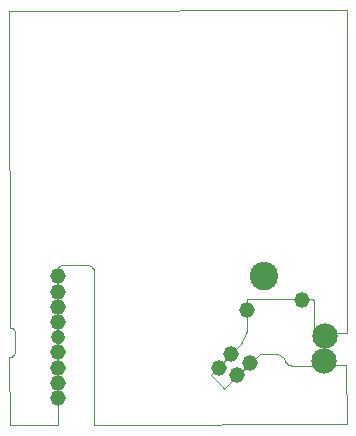
<source format=gbs>
G75*
%MOIN*%
%OFA0B0*%
%FSLAX25Y25*%
%IPPOS*%
%LPD*%
%AMOC8*
5,1,8,0,0,1.08239X$1,22.5*
%
%ADD10C,0.00200*%
%ADD11C,0.00000*%
%ADD12C,0.04737*%
%ADD13C,0.09461*%
%ADD14C,0.05194*%
%ADD15C,0.08418*%
D10*
X0007139Y0006452D02*
X0023169Y0006452D01*
X0023164Y0006446D02*
X0023231Y0058499D01*
X0023243Y0058575D01*
X0023260Y0058651D01*
X0023280Y0058725D01*
X0023304Y0058799D01*
X0023332Y0058871D01*
X0023363Y0058942D01*
X0023398Y0059011D01*
X0023436Y0059079D01*
X0023478Y0059144D01*
X0023523Y0059207D01*
X0023571Y0059268D01*
X0023622Y0059326D01*
X0023676Y0059381D01*
X0023733Y0059434D01*
X0023792Y0059484D01*
X0023854Y0059531D01*
X0023918Y0059574D01*
X0023984Y0059614D01*
X0024053Y0059651D01*
X0024123Y0059685D01*
X0024194Y0059714D01*
X0024267Y0059740D01*
X0024341Y0059763D01*
X0024416Y0059781D01*
X0024493Y0059796D01*
X0024569Y0059807D01*
X0024646Y0059814D01*
X0024724Y0059817D01*
X0024801Y0059816D01*
X0024879Y0059811D01*
X0024956Y0059802D01*
X0024950Y0059801D02*
X0033087Y0059799D01*
X0033062Y0059803D02*
X0033151Y0059807D01*
X0033241Y0059806D01*
X0033330Y0059802D01*
X0033419Y0059794D01*
X0033508Y0059782D01*
X0033596Y0059766D01*
X0033683Y0059747D01*
X0033769Y0059723D01*
X0033854Y0059696D01*
X0033938Y0059666D01*
X0034021Y0059631D01*
X0034102Y0059593D01*
X0034181Y0059552D01*
X0034258Y0059507D01*
X0034333Y0059458D01*
X0034406Y0059407D01*
X0034477Y0059352D01*
X0034545Y0059295D01*
X0034611Y0059234D01*
X0034674Y0059171D01*
X0034734Y0059105D01*
X0034792Y0059036D01*
X0034846Y0058965D01*
X0034897Y0058891D01*
X0034945Y0058816D01*
X0034989Y0058738D01*
X0035030Y0058659D01*
X0035068Y0058578D01*
X0035102Y0058495D01*
X0035132Y0058411D01*
X0035159Y0058326D01*
X0035182Y0058239D01*
X0035201Y0058152D01*
X0035216Y0058064D01*
X0035227Y0057975D01*
X0035235Y0057886D01*
X0035201Y0006565D01*
X0035202Y0006565D02*
X0119531Y0006905D01*
X0119534Y0006905D02*
X0119427Y0026460D01*
X0119429Y0026459D02*
X0101408Y0026325D01*
X0101537Y0026337D02*
X0101435Y0026332D01*
X0101334Y0026331D01*
X0101233Y0026334D01*
X0101132Y0026340D01*
X0101031Y0026351D01*
X0100931Y0026365D01*
X0100831Y0026383D01*
X0100732Y0026405D01*
X0100634Y0026430D01*
X0100537Y0026460D01*
X0100441Y0026493D01*
X0100347Y0026530D01*
X0100254Y0026570D01*
X0100162Y0026614D01*
X0100073Y0026661D01*
X0099985Y0026712D01*
X0099899Y0026766D01*
X0099816Y0026823D01*
X0099734Y0026883D01*
X0099655Y0026947D01*
X0099579Y0027013D01*
X0099505Y0027083D01*
X0099434Y0027155D01*
X0099365Y0027230D01*
X0099300Y0027307D01*
X0099238Y0027387D01*
X0099178Y0027469D01*
X0099122Y0027553D01*
X0099069Y0027640D01*
X0099020Y0027728D01*
X0098974Y0027818D01*
X0098931Y0027910D01*
X0098892Y0028004D01*
X0098857Y0028099D01*
X0098825Y0028195D01*
X0098797Y0028292D01*
X0098773Y0028391D01*
X0098752Y0028490D01*
X0098735Y0028590D01*
X0098722Y0028690D01*
X0098713Y0028791D01*
X0098712Y0028794D02*
X0096565Y0030344D01*
X0090592Y0030344D01*
X0078779Y0018497D01*
X0078242Y0019068D01*
X0074584Y0022726D01*
X0074450Y0023162D01*
X0074451Y0023163D02*
X0084350Y0033532D01*
X0086263Y0037895D01*
X0086296Y0048566D01*
X0096532Y0048533D01*
X0101069Y0048535D01*
X0101061Y0048532D02*
X0107339Y0048579D01*
X0107334Y0048579D02*
X0107397Y0048594D01*
X0107461Y0048606D01*
X0107526Y0048615D01*
X0107591Y0048619D01*
X0107656Y0048620D01*
X0107721Y0048617D01*
X0107786Y0048610D01*
X0107850Y0048599D01*
X0107913Y0048585D01*
X0107976Y0048567D01*
X0108037Y0048546D01*
X0108097Y0048520D01*
X0108156Y0048492D01*
X0108213Y0048460D01*
X0108267Y0048425D01*
X0108320Y0048387D01*
X0108370Y0048345D01*
X0108418Y0048301D01*
X0108463Y0048254D01*
X0108506Y0048205D01*
X0108545Y0048153D01*
X0108582Y0048099D01*
X0108615Y0048043D01*
X0108645Y0047985D01*
X0108671Y0047926D01*
X0108694Y0047865D01*
X0108714Y0047803D01*
X0108711Y0047810D02*
X0108714Y0037240D01*
X0119623Y0037292D01*
X0119623Y0037293D02*
X0119529Y0144834D01*
X0119528Y0144834D02*
X0006889Y0144555D01*
X0006890Y0144557D02*
X0007149Y0039040D01*
X0007149Y0039045D02*
X0007226Y0039052D01*
X0007303Y0039055D01*
X0007380Y0039054D01*
X0007457Y0039050D01*
X0007533Y0039042D01*
X0007610Y0039030D01*
X0007685Y0039014D01*
X0007760Y0038995D01*
X0007833Y0038972D01*
X0007906Y0038945D01*
X0007976Y0038915D01*
X0008046Y0038882D01*
X0008114Y0038845D01*
X0008179Y0038805D01*
X0008243Y0038761D01*
X0008305Y0038715D01*
X0008364Y0038666D01*
X0008420Y0038614D01*
X0008475Y0038559D01*
X0008526Y0038501D01*
X0008574Y0038441D01*
X0008620Y0038379D01*
X0008662Y0038315D01*
X0008701Y0038248D01*
X0008737Y0038180D01*
X0008769Y0038110D01*
X0008798Y0038039D01*
X0008824Y0037966D01*
X0008845Y0037892D01*
X0008864Y0037817D01*
X0008878Y0037741D01*
X0008889Y0037665D01*
X0008889Y0031065D01*
X0008891Y0030980D01*
X0008889Y0030896D01*
X0008884Y0030811D01*
X0008874Y0030727D01*
X0008861Y0030644D01*
X0008844Y0030561D01*
X0008823Y0030479D01*
X0008798Y0030398D01*
X0008769Y0030318D01*
X0008737Y0030240D01*
X0008701Y0030163D01*
X0008662Y0030088D01*
X0008619Y0030015D01*
X0008573Y0029944D01*
X0008524Y0029875D01*
X0008472Y0029809D01*
X0008416Y0029745D01*
X0008358Y0029683D01*
X0008297Y0029625D01*
X0008234Y0029569D01*
X0008167Y0029516D01*
X0008099Y0029467D01*
X0008028Y0029420D01*
X0007955Y0029377D01*
X0007880Y0029337D01*
X0007804Y0029301D01*
X0007726Y0029269D01*
X0007646Y0029240D01*
X0007566Y0029214D01*
X0007484Y0029193D01*
X0007401Y0029175D01*
X0007317Y0029161D01*
X0007233Y0029151D01*
X0007149Y0029145D01*
X0007119Y0029145D01*
X0007123Y0029141D02*
X0007162Y0006458D01*
X0007154Y0029160D02*
X0007183Y0029160D01*
D11*
X0021234Y0035880D02*
X0021236Y0035968D01*
X0021242Y0036056D01*
X0021252Y0036144D01*
X0021266Y0036232D01*
X0021283Y0036318D01*
X0021305Y0036404D01*
X0021330Y0036488D01*
X0021360Y0036572D01*
X0021392Y0036654D01*
X0021429Y0036734D01*
X0021469Y0036813D01*
X0021513Y0036890D01*
X0021560Y0036965D01*
X0021610Y0037037D01*
X0021664Y0037108D01*
X0021720Y0037175D01*
X0021780Y0037241D01*
X0021842Y0037303D01*
X0021908Y0037363D01*
X0021975Y0037419D01*
X0022046Y0037473D01*
X0022118Y0037523D01*
X0022193Y0037570D01*
X0022270Y0037614D01*
X0022349Y0037654D01*
X0022429Y0037691D01*
X0022511Y0037723D01*
X0022595Y0037753D01*
X0022679Y0037778D01*
X0022765Y0037800D01*
X0022851Y0037817D01*
X0022939Y0037831D01*
X0023027Y0037841D01*
X0023115Y0037847D01*
X0023203Y0037849D01*
X0023291Y0037847D01*
X0023379Y0037841D01*
X0023467Y0037831D01*
X0023555Y0037817D01*
X0023641Y0037800D01*
X0023727Y0037778D01*
X0023811Y0037753D01*
X0023895Y0037723D01*
X0023977Y0037691D01*
X0024057Y0037654D01*
X0024136Y0037614D01*
X0024213Y0037570D01*
X0024288Y0037523D01*
X0024360Y0037473D01*
X0024431Y0037419D01*
X0024498Y0037363D01*
X0024564Y0037303D01*
X0024626Y0037241D01*
X0024686Y0037175D01*
X0024742Y0037108D01*
X0024796Y0037037D01*
X0024846Y0036965D01*
X0024893Y0036890D01*
X0024937Y0036813D01*
X0024977Y0036734D01*
X0025014Y0036654D01*
X0025046Y0036572D01*
X0025076Y0036488D01*
X0025101Y0036404D01*
X0025123Y0036318D01*
X0025140Y0036232D01*
X0025154Y0036144D01*
X0025164Y0036056D01*
X0025170Y0035968D01*
X0025172Y0035880D01*
X0025170Y0035792D01*
X0025164Y0035704D01*
X0025154Y0035616D01*
X0025140Y0035528D01*
X0025123Y0035442D01*
X0025101Y0035356D01*
X0025076Y0035272D01*
X0025046Y0035188D01*
X0025014Y0035106D01*
X0024977Y0035026D01*
X0024937Y0034947D01*
X0024893Y0034870D01*
X0024846Y0034795D01*
X0024796Y0034723D01*
X0024742Y0034652D01*
X0024686Y0034585D01*
X0024626Y0034519D01*
X0024564Y0034457D01*
X0024498Y0034397D01*
X0024431Y0034341D01*
X0024360Y0034287D01*
X0024288Y0034237D01*
X0024213Y0034190D01*
X0024136Y0034146D01*
X0024057Y0034106D01*
X0023977Y0034069D01*
X0023895Y0034037D01*
X0023811Y0034007D01*
X0023727Y0033982D01*
X0023641Y0033960D01*
X0023555Y0033943D01*
X0023467Y0033929D01*
X0023379Y0033919D01*
X0023291Y0033913D01*
X0023203Y0033911D01*
X0023115Y0033913D01*
X0023027Y0033919D01*
X0022939Y0033929D01*
X0022851Y0033943D01*
X0022765Y0033960D01*
X0022679Y0033982D01*
X0022595Y0034007D01*
X0022511Y0034037D01*
X0022429Y0034069D01*
X0022349Y0034106D01*
X0022270Y0034146D01*
X0022193Y0034190D01*
X0022118Y0034237D01*
X0022046Y0034287D01*
X0021975Y0034341D01*
X0021908Y0034397D01*
X0021842Y0034457D01*
X0021780Y0034519D01*
X0021720Y0034585D01*
X0021664Y0034652D01*
X0021610Y0034723D01*
X0021560Y0034795D01*
X0021513Y0034870D01*
X0021469Y0034947D01*
X0021429Y0035026D01*
X0021392Y0035106D01*
X0021360Y0035188D01*
X0021330Y0035272D01*
X0021305Y0035356D01*
X0021283Y0035442D01*
X0021266Y0035528D01*
X0021252Y0035616D01*
X0021242Y0035704D01*
X0021236Y0035792D01*
X0021234Y0035880D01*
X0087502Y0056126D02*
X0087504Y0056257D01*
X0087510Y0056389D01*
X0087520Y0056520D01*
X0087534Y0056651D01*
X0087552Y0056781D01*
X0087574Y0056910D01*
X0087599Y0057039D01*
X0087629Y0057167D01*
X0087663Y0057294D01*
X0087700Y0057421D01*
X0087741Y0057545D01*
X0087786Y0057669D01*
X0087835Y0057791D01*
X0087887Y0057912D01*
X0087943Y0058030D01*
X0088003Y0058148D01*
X0088066Y0058263D01*
X0088133Y0058376D01*
X0088203Y0058488D01*
X0088276Y0058597D01*
X0088352Y0058703D01*
X0088432Y0058808D01*
X0088515Y0058910D01*
X0088601Y0059009D01*
X0088690Y0059106D01*
X0088782Y0059200D01*
X0088877Y0059291D01*
X0088974Y0059380D01*
X0089074Y0059465D01*
X0089177Y0059547D01*
X0089282Y0059626D01*
X0089389Y0059702D01*
X0089499Y0059774D01*
X0089611Y0059843D01*
X0089725Y0059909D01*
X0089840Y0059971D01*
X0089958Y0060030D01*
X0090077Y0060085D01*
X0090198Y0060137D01*
X0090321Y0060184D01*
X0090445Y0060228D01*
X0090570Y0060269D01*
X0090696Y0060305D01*
X0090824Y0060338D01*
X0090952Y0060366D01*
X0091081Y0060391D01*
X0091211Y0060412D01*
X0091341Y0060429D01*
X0091472Y0060442D01*
X0091603Y0060451D01*
X0091734Y0060456D01*
X0091866Y0060457D01*
X0091997Y0060454D01*
X0092129Y0060447D01*
X0092260Y0060436D01*
X0092390Y0060421D01*
X0092520Y0060402D01*
X0092650Y0060379D01*
X0092778Y0060353D01*
X0092906Y0060322D01*
X0093033Y0060287D01*
X0093159Y0060249D01*
X0093283Y0060207D01*
X0093407Y0060161D01*
X0093528Y0060111D01*
X0093648Y0060058D01*
X0093767Y0060001D01*
X0093884Y0059941D01*
X0093998Y0059877D01*
X0094111Y0059809D01*
X0094222Y0059738D01*
X0094331Y0059664D01*
X0094437Y0059587D01*
X0094541Y0059506D01*
X0094642Y0059423D01*
X0094741Y0059336D01*
X0094837Y0059246D01*
X0094930Y0059153D01*
X0095021Y0059058D01*
X0095108Y0058960D01*
X0095193Y0058859D01*
X0095274Y0058756D01*
X0095352Y0058650D01*
X0095427Y0058542D01*
X0095499Y0058432D01*
X0095567Y0058320D01*
X0095632Y0058206D01*
X0095693Y0058089D01*
X0095751Y0057971D01*
X0095805Y0057851D01*
X0095856Y0057730D01*
X0095903Y0057607D01*
X0095946Y0057483D01*
X0095985Y0057358D01*
X0096021Y0057231D01*
X0096052Y0057103D01*
X0096080Y0056975D01*
X0096104Y0056846D01*
X0096124Y0056716D01*
X0096140Y0056585D01*
X0096152Y0056454D01*
X0096160Y0056323D01*
X0096164Y0056192D01*
X0096164Y0056060D01*
X0096160Y0055929D01*
X0096152Y0055798D01*
X0096140Y0055667D01*
X0096124Y0055536D01*
X0096104Y0055406D01*
X0096080Y0055277D01*
X0096052Y0055149D01*
X0096021Y0055021D01*
X0095985Y0054894D01*
X0095946Y0054769D01*
X0095903Y0054645D01*
X0095856Y0054522D01*
X0095805Y0054401D01*
X0095751Y0054281D01*
X0095693Y0054163D01*
X0095632Y0054046D01*
X0095567Y0053932D01*
X0095499Y0053820D01*
X0095427Y0053710D01*
X0095352Y0053602D01*
X0095274Y0053496D01*
X0095193Y0053393D01*
X0095108Y0053292D01*
X0095021Y0053194D01*
X0094930Y0053099D01*
X0094837Y0053006D01*
X0094741Y0052916D01*
X0094642Y0052829D01*
X0094541Y0052746D01*
X0094437Y0052665D01*
X0094331Y0052588D01*
X0094222Y0052514D01*
X0094111Y0052443D01*
X0093999Y0052375D01*
X0093884Y0052311D01*
X0093767Y0052251D01*
X0093648Y0052194D01*
X0093528Y0052141D01*
X0093407Y0052091D01*
X0093283Y0052045D01*
X0093159Y0052003D01*
X0093033Y0051965D01*
X0092906Y0051930D01*
X0092778Y0051899D01*
X0092650Y0051873D01*
X0092520Y0051850D01*
X0092390Y0051831D01*
X0092260Y0051816D01*
X0092129Y0051805D01*
X0091997Y0051798D01*
X0091866Y0051795D01*
X0091734Y0051796D01*
X0091603Y0051801D01*
X0091472Y0051810D01*
X0091341Y0051823D01*
X0091211Y0051840D01*
X0091081Y0051861D01*
X0090952Y0051886D01*
X0090824Y0051914D01*
X0090696Y0051947D01*
X0090570Y0051983D01*
X0090445Y0052024D01*
X0090321Y0052068D01*
X0090198Y0052115D01*
X0090077Y0052167D01*
X0089958Y0052222D01*
X0089840Y0052281D01*
X0089725Y0052343D01*
X0089611Y0052409D01*
X0089499Y0052478D01*
X0089389Y0052550D01*
X0089282Y0052626D01*
X0089177Y0052705D01*
X0089074Y0052787D01*
X0088974Y0052872D01*
X0088877Y0052961D01*
X0088782Y0053052D01*
X0088690Y0053146D01*
X0088601Y0053243D01*
X0088515Y0053342D01*
X0088432Y0053444D01*
X0088352Y0053549D01*
X0088276Y0053655D01*
X0088203Y0053764D01*
X0088133Y0053876D01*
X0088066Y0053989D01*
X0088003Y0054104D01*
X0087943Y0054222D01*
X0087887Y0054340D01*
X0087835Y0054461D01*
X0087786Y0054583D01*
X0087741Y0054707D01*
X0087700Y0054831D01*
X0087663Y0054958D01*
X0087629Y0055085D01*
X0087599Y0055213D01*
X0087574Y0055342D01*
X0087552Y0055471D01*
X0087534Y0055601D01*
X0087520Y0055732D01*
X0087510Y0055863D01*
X0087504Y0055995D01*
X0087502Y0056126D01*
D12*
X0023203Y0035880D03*
D13*
X0091833Y0056126D03*
D14*
X0086439Y0044905D03*
X0081057Y0030146D03*
X0076895Y0025683D03*
X0083070Y0023132D03*
X0087366Y0027294D03*
X0104667Y0048369D03*
X0023134Y0045919D03*
X0023134Y0040919D03*
X0023134Y0050986D03*
X0023134Y0056222D03*
X0023134Y0030717D03*
X0023134Y0025616D03*
X0023134Y0020515D03*
X0023134Y0015514D03*
D15*
X0111901Y0027744D03*
X0112392Y0036121D03*
M02*

</source>
